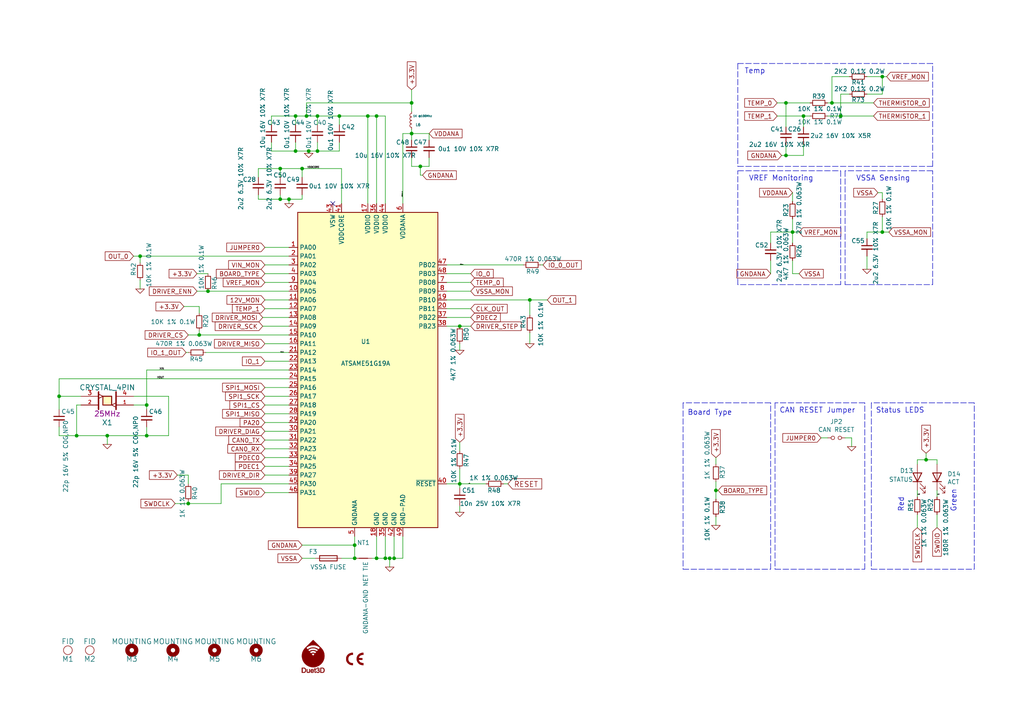
<source format=kicad_sch>
(kicad_sch (version 20211123) (generator eeschema)
  (paper "A4")
  (title_block (title "Duet 3 Expansion 1HCL") (date "2023-05-15") (rev "1.0a - AA-02-01") (company "Duet3D") (comment 1 "(c) Duet3D") (comment 2 "www.duet3d.com"))
  (lib_symbols
    (symbol "Device:C_Small" (pin_numbers hide) (pin_names (offset 0.254) hide)
      (property "Reference" "C" (at 0.254 1.778 0))
      (property "Value" "C_Small" (at 0.254 -2.032 0))
      (symbol "C_Small_1_1"
        (pin passive line (at 0 2.54 270) (length 2.032) (name "~") (number "1"))
        (pin passive line (at 0 -2.54 90) (length 2.032) (name "~") (number "2"))
      )
    )
    (symbol "Device:Fuse" (pin_numbers hide) (pin_names (offset 0))
      (property "Reference" "F" (at 2.032 0 90))
      (property "Value" "Fuse" (at -1.905 0 90))
      (symbol "Fuse_1_1"
        (pin passive line (at 0 3.81 270) (length 1.27) (name "~") (number "1"))
        (pin passive line (at 0 -3.81 90) (length 1.27) (name "~") (number "2"))
      )
    )
    (symbol "Device:Jumper_NO_Small" (pin_numbers hide) (pin_names (offset 0.762) hide)
      (property "Reference" "JP" (at 0 2.032 0))
      (property "Value" "Device_Jumper_NO_Small" (at 0.254 -1.524 0))
      (symbol "Jumper_NO_Small_0_1"
        (pin passive line (at -2.54 0 0) (length 1.016) (name "1") (number "1"))
        (pin passive line (at 2.54 0 180) (length 1.016) (name "2") (number "2"))
      )
    )
    (symbol "Device:LED" (pin_numbers hide) (pin_names (offset 1.016) hide)
      (property "Reference" "D" (at 0 2.54 0))
      (property "Value" "LED" (at 0 -2.54 0))
      (symbol "LED_1_1"
        (pin passive line (at -3.81 0 0) (length 2.54) (name "K") (number "1"))
        (pin passive line (at 3.81 0 180) (length 2.54) (name "A") (number "2"))
      )
    )
    (symbol "Device:L_Small" (pin_numbers hide) (pin_names (offset 0.254) hide)
      (property "Reference" "L" (at 0.762 1.016 0))
      (property "Value" "L_Small" (at 0.762 -1.016 0))
      (symbol "L_Small_1_1"
        (pin passive line (at 0 2.54 270) (length 0.508) (name "~") (number "1"))
        (pin passive line (at 0 -2.54 90) (length 0.508) (name "~") (number "2"))
      )
    )
    (symbol "Device:Net-Tie_2" (pin_numbers hide) (pin_names (offset 0) hide)
      (property "Reference" "NT" (at 0 1.27 0))
      (property "Value" "Device_Net-Tie_2" (at 0 -1.27 0))
      (symbol "Net-Tie_2_1_1"
        (pin passive line (at -2.54 0 0) (length 2.54) (name "1") (number "1"))
        (pin passive line (at 2.54 0 180) (length 2.54) (name "2") (number "2"))
      )
    )
    (symbol "Device:R_Small" (pin_numbers hide) (pin_names (offset 0.254) hide)
      (property "Reference" "R" (at 0.762 0.508 0))
      (property "Value" "R_Small" (at 0.762 -1.016 0))
      (symbol "R_Small_1_1"
        (pin passive line (at 0 2.54 270) (length 0.762) (name "~") (number "1"))
        (pin passive line (at 0 -2.54 90) (length 0.762) (name "~") (number "2"))
      )
    )
    (symbol "Duet3:CRYSTAL_4PIN" (pin_names (offset 1.016) hide)
      (property "Reference" "X" (at 0 3.81 0))
      (property "Value" "CRYSTAL_4PIN" (at 0 -3.81 0))
      (symbol "CRYSTAL_4PIN_1_1"
        (pin passive clock (at -7.62 1.27 0) (length 5.08) (name "1") (number "1"))
        (pin passive line (at 7.62 1.27 180) (length 5.08) (name "2") (number "2"))
        (pin passive clock (at 7.62 -1.27 180) (length 5.08) (name "3") (number "3"))
        (pin passive line (at -7.62 -1.27 0) (length 5.08) (name "4") (number "4"))
      )
    )
    (symbol "Duet3:Duet3D_Logo" (pin_names (offset 1.016)))
    (symbol "Duet3:FID" (pin_names (offset 1.016))
      (property "Reference" "M" (at 0 -2.54 0))
      (property "Value" "FID" (at 0 2.54 0))
    )
    (symbol "Duet3:GND" (power) (pin_names (offset 0))
      (symbol "GND_1_1"
        (pin power_in line (at 0 0 90) (length 0) hide (name "GND") (number "1"))
      )
    )
    (symbol "Duet3:Logo_CE" (pin_names (offset 1.016)))
    (symbol "MCU_Microchip_SAME:ATSAME51G19A"
      (property "Reference" "U" (at 0 1.27 0))
      (property "Value" "MCU_Microchip_SAME_ATSAME51G19A" (at 0 -3.81 0))
      (symbol "ATSAME51G19A_1_0"
        (pin bidirectional line (at 22.86 27.94 180) (length 2.54) (name "PB03") (number "48"))
      )
      (symbol "ATSAME51G19A_1_1"
        (pin bidirectional line (at -22.86 35.56 0) (length 2.54) (name "PA00") (number "1"))
        (pin bidirectional line (at -22.86 22.86 0) (length 2.54) (name "PA05") (number "10"))
        (pin bidirectional line (at -22.86 20.32 0) (length 2.54) (name "PA06") (number "11"))
        (pin bidirectional line (at -22.86 17.78 0) (length 2.54) (name "PA07") (number "12"))
        (pin bidirectional line (at -22.86 15.24 0) (length 2.54) (name "PA08") (number "13"))
        (pin bidirectional line (at -22.86 12.7 0) (length 2.54) (name "PA09") (number "14"))
        (pin bidirectional line (at -22.86 10.16 0) (length 2.54) (name "PA10") (number "15"))
        (pin bidirectional line (at -22.86 7.62 0) (length 2.54) (name "PA11") (number "16"))
        (pin power_in line (at 0 48.26 270) (length 2.54) (name "VDDIO") (number "17"))
        (pin power_in line (at 2.54 -48.26 90) (length 2.54) (name "GND") (number "18"))
        (pin bidirectional line (at 22.86 20.32 180) (length 2.54) (name "PB10") (number "19"))
        (pin bidirectional line (at -22.86 33.02 0) (length 2.54) (name "PA01") (number "2"))
        (pin bidirectional line (at 22.86 17.78 180) (length 2.54) (name "PB11") (number "20"))
        (pin bidirectional line (at -22.86 5.08 0) (length 2.54) (name "PA12") (number "21"))
        (pin bidirectional line (at -22.86 2.54 0) (length 2.54) (name "PA13") (number "22"))
        (pin bidirectional line (at -22.86 0 0) (length 2.54) (name "PA14") (number "23"))
        (pin bidirectional line (at -22.86 -2.54 0) (length 2.54) (name "PA15") (number "24"))
        (pin bidirectional line (at -22.86 -5.08 0) (length 2.54) (name "PA16") (number "25"))
        (pin bidirectional line (at -22.86 -7.62 0) (length 2.54) (name "PA17") (number "26"))
        (pin bidirectional line (at -22.86 -10.16 0) (length 2.54) (name "PA18") (number "27"))
        (pin bidirectional line (at -22.86 -12.7 0) (length 2.54) (name "PA19") (number "28"))
        (pin bidirectional line (at -22.86 -15.24 0) (length 2.54) (name "PA20") (number "29"))
        (pin bidirectional line (at -22.86 30.48 0) (length 2.54) (name "PA02") (number "3"))
        (pin bidirectional line (at -22.86 -17.78 0) (length 2.54) (name "PA21") (number "30"))
        (pin bidirectional line (at -22.86 -20.32 0) (length 2.54) (name "PA22") (number "31"))
        (pin bidirectional line (at -22.86 -22.86 0) (length 2.54) (name "PA23") (number "32"))
        (pin bidirectional line (at -22.86 -25.4 0) (length 2.54) (name "PA24") (number "33"))
        (pin bidirectional line (at -22.86 -27.94 0) (length 2.54) (name "PA25") (number "34"))
        (pin power_in line (at 5.08 -48.26 90) (length 2.54) (name "GND") (number "35"))
        (pin power_in line (at 2.54 48.26 270) (length 2.54) (name "VDDIO") (number "36"))
        (pin bidirectional line (at 22.86 15.24 180) (length 2.54) (name "PB22") (number "37"))
        (pin bidirectional line (at 22.86 12.7 180) (length 2.54) (name "PB23") (number "38"))
        (pin bidirectional line (at -22.86 -30.48 0) (length 2.54) (name "PA27") (number "39"))
        (pin bidirectional line (at -22.86 27.94 0) (length 2.54) (name "PA03") (number "4"))
        (pin input line (at 22.86 -33.02 180) (length 2.54) (name "~{RESET}") (number "40"))
        (pin power_out line (at -7.62 48.26 270) (length 2.54) (name "VDDCORE") (number "41"))
        (pin power_in line (at 7.62 -48.26 90) (length 2.54) (name "GND") (number "42"))
        (pin power_in line (at -10.16 48.26 270) (length 2.54) (name "VSW") (number "43"))
        (pin power_in line (at 5.08 48.26 270) (length 2.54) (name "VDDIO") (number "44"))
        (pin bidirectional line (at -22.86 -33.02 0) (length 2.54) (name "PA30") (number "45"))
        (pin bidirectional line (at -22.86 -35.56 0) (length 2.54) (name "PA31") (number "46"))
        (pin bidirectional line (at 22.86 30.48 180) (length 2.54) (name "PB02") (number "47"))
        (pin power_in line (at 10.16 -48.26 90) (length 2.54) (name "GND-PAD") (number "49"))
        (pin power_in line (at -3.81 -48.26 90) (length 2.54) (name "GNDANA") (number "5"))
        (pin power_in line (at 10.16 48.26 270) (length 2.54) (name "VDDANA") (number "6"))
        (pin bidirectional line (at 22.86 25.4 180) (length 2.54) (name "PB08") (number "7"))
        (pin bidirectional line (at 22.86 22.86 180) (length 2.54) (name "PB09") (number "8"))
        (pin bidirectional line (at -22.86 25.4 0) (length 2.54) (name "PA04") (number "9"))
      )
    )
    (symbol "Mechanical:MountingHole" (pin_names (offset 1.016))
      (property "Reference" "H" (at 0 5.08 0))
      (property "Value" "MountingHole" (at 0 3.175 0))
    )
  )
  (junction (at 98.425 33.655))
  (junction (at 241.3 29.845))
  (junction (at 255.905 67.31))
  (junction (at 233.045 33.655))
  (junction (at 42.545 126.365))
  (junction (at 81.28 57.785))
  (junction (at 207.645 142.24))
  (junction (at 54.61 146.05))
  (junction (at 102.87 161.925))
  (junction (at 102.87 158.115))
  (junction (at 109.22 161.925))
  (junction (at 92.075 33.655))
  (junction (at 57.785 97.155))
  (junction (at 255.905 22.225))
  (junction (at 119.38 38.735))
  (junction (at 17.145 114.935))
  (junction (at 119.38 29.845))
  (junction (at 87.63 48.895))
  (junction (at 31.115 126.365))
  (junction (at 111.76 161.925))
  (junction (at 85.725 43.815))
  (junction (at 229.87 67.31))
  (junction (at 153.67 86.995))
  (junction (at 42.545 117.475))
  (junction (at 133.35 94.615))
  (junction (at 81.28 48.895))
  (junction (at 83.82 57.785))
  (junction (at 85.725 33.655))
  (junction (at 133.35 140.335))
  (junction (at 89.535 43.815))
  (junction (at 92.075 43.815))
  (junction (at 243.84 33.655))
  (junction (at 227.965 45.085))
  (junction (at 22.225 126.365))
  (junction (at 114.3 161.925))
  (junction (at 106.68 33.655))
  (junction (at 227.965 29.845))
  (junction (at 268.605 133.35))
  (junction (at 121.92 48.26))
  (junction (at 88.9 33.655))
  (junction (at 109.22 33.655))
  (junction (at 113.03 161.925))
  (junction (at 40.64 74.295))
  (junction (at 60.325 84.455))
  (no_connect (at 96.52 59.055))
  (wire (pts (xy 76.835 71.755) (xy 83.82 71.755)))
  (wire (pts (xy 76.835 142.875) (xy 83.82 142.875)))
  (polyline (pts (xy 213.995 18.415) (xy 213.995 48.26)))
  (wire (pts (xy 116.84 161.925) (xy 116.84 155.575)))
  (wire (pts (xy 114.3 155.575) (xy 114.3 161.925)))
  (wire (pts (xy 31.115 126.365) (xy 22.225 126.365)))
  (wire (pts (xy 251.46 78.105) (xy 251.46 74.295)))
  (wire (pts (xy 31.115 126.365) (xy 42.545 126.365)))
  (wire (pts (xy 133.35 128.27) (xy 133.35 130.81)))
  (wire (pts (xy 207.645 139.7) (xy 207.645 142.24)))
  (wire (pts (xy 74.93 48.895) (xy 81.28 48.895)))
  (wire (pts (xy 17.145 114.935) (xy 23.495 114.935)))
  (wire (pts (xy 76.835 86.995) (xy 83.82 86.995)))
  (wire (pts (xy 133.35 140.335) (xy 133.35 141.605)))
  (polyline (pts (xy 270.51 18.415) (xy 213.995 18.415)))
  (wire (pts (xy 240.03 29.845) (xy 241.3 29.845)))
  (polyline (pts (xy 245.11 82.55) (xy 270.51 82.55)))
  (wire (pts (xy 57.785 88.9) (xy 57.785 90.805)))
  (wire (pts (xy 133.35 99.695) (xy 133.35 101.6)))
  (wire (pts (xy 133.35 135.89) (xy 133.35 140.335)))
  (wire (pts (xy 234.95 29.845) (xy 227.965 29.845)))
  (wire (pts (xy 226.695 45.085) (xy 227.965 45.085)))
  (wire (pts (xy 76.835 127.635) (xy 83.82 127.635)))
  (wire (pts (xy 57.15 79.375) (xy 60.325 79.375)))
  (wire (pts (xy 48.895 114.935) (xy 48.895 126.365)))
  (wire (pts (xy 102.87 155.575) (xy 102.87 158.115)))
  (wire (pts (xy 124.46 48.26) (xy 121.92 48.26)))
  (wire (pts (xy 98.425 43.815) (xy 98.425 41.275)))
  (polyline (pts (xy 198.12 116.84) (xy 198.12 165.1)))
  (wire (pts (xy 76.835 112.395) (xy 83.82 112.395)))
  (wire (pts (xy 76.835 114.935) (xy 83.82 114.935)))
  (wire (pts (xy 255.905 55.88) (xy 254.635 55.88)))
  (wire (pts (xy 92.075 33.655) (xy 98.425 33.655)))
  (wire (pts (xy 271.78 153.035) (xy 271.78 149.225)))
  (wire (pts (xy 133.35 146.685) (xy 133.35 148.59)))
  (wire (pts (xy 76.835 130.175) (xy 83.82 130.175)))
  (wire (pts (xy 227.965 36.83) (xy 227.965 29.845)))
  (polyline (pts (xy 213.995 82.55) (xy 213.995 49.53)))
  (wire (pts (xy 124.46 38.735) (xy 124.46 40.64)))
  (wire (pts (xy 99.06 161.925) (xy 102.87 161.925)))
  (wire (pts (xy 17.145 109.855) (xy 17.145 114.935)))
  (wire (pts (xy 119.38 38.735) (xy 124.46 38.735)))
  (polyline (pts (xy 224.79 116.84) (xy 224.79 165.1)))
  (wire (pts (xy 76.835 117.475) (xy 83.82 117.475)))
  (wire (pts (xy 87.63 57.785) (xy 87.63 56.515)))
  (wire (pts (xy 247.015 127) (xy 245.11 127)))
  (wire (pts (xy 251.46 27.305) (xy 255.905 27.305)))
  (wire (pts (xy 251.46 69.215) (xy 251.46 67.31)))
  (wire (pts (xy 76.2 92.075) (xy 83.82 92.075)))
  (wire (pts (xy 229.87 58.42) (xy 229.87 55.88)))
  (wire (pts (xy 241.3 29.845) (xy 253.365 29.845)))
  (wire (pts (xy 136.525 89.535) (xy 129.54 89.535)))
  (wire (pts (xy 111.76 161.925) (xy 111.76 155.575)))
  (wire (pts (xy 76.835 132.715) (xy 83.82 132.715)))
  (wire (pts (xy 207.645 132.715) (xy 207.645 134.62)))
  (wire (pts (xy 225.425 33.655) (xy 233.045 33.655)))
  (wire (pts (xy 109.22 161.925) (xy 109.22 155.575)))
  (wire (pts (xy 233.045 33.655) (xy 234.95 33.655)))
  (polyline (pts (xy 243.84 82.55) (xy 213.995 82.55)))
  (wire (pts (xy 83.82 59.055) (xy 83.82 57.785)))
  (wire (pts (xy 76.835 120.015) (xy 83.82 120.015)))
  (wire (pts (xy 268.605 133.35) (xy 271.78 133.35)))
  (wire (pts (xy 85.725 33.655) (xy 88.9 33.655)))
  (wire (pts (xy 136.525 84.455) (xy 129.54 84.455)))
  (wire (pts (xy 109.22 33.655) (xy 109.22 59.055)))
  (wire (pts (xy 42.545 117.475) (xy 38.735 117.475)))
  (wire (pts (xy 129.54 140.335) (xy 133.35 140.335)))
  (wire (pts (xy 83.82 99.695) (xy 76.835 99.695)))
  (wire (pts (xy 241.3 22.225) (xy 241.3 29.845)))
  (wire (pts (xy 113.03 161.925) (xy 111.76 161.925)))
  (wire (pts (xy 207.645 149.86) (xy 207.645 152.4)))
  (wire (pts (xy 136.525 94.615) (xy 133.35 94.615)))
  (wire (pts (xy 64.135 140.335) (xy 64.135 146.05)))
  (wire (pts (xy 54.61 97.155) (xy 57.785 97.155)))
  (wire (pts (xy 48.895 126.365) (xy 42.545 126.365)))
  (polyline (pts (xy 213.995 49.53) (xy 243.84 49.53)))
  (wire (pts (xy 92.075 43.815) (xy 92.075 41.275)))
  (wire (pts (xy 60.325 84.455) (xy 83.82 84.455)))
  (wire (pts (xy 153.67 96.52) (xy 153.67 99.695)))
  (wire (pts (xy 116.84 59.055) (xy 116.84 38.735)))
  (wire (pts (xy 87.63 48.895) (xy 87.63 51.435)))
  (wire (pts (xy 17.145 118.745) (xy 17.145 114.935)))
  (wire (pts (xy 76.835 81.915) (xy 83.82 81.915)))
  (wire (pts (xy 133.35 140.335) (xy 140.97 140.335)))
  (wire (pts (xy 231.775 79.375) (xy 229.87 79.375)))
  (wire (pts (xy 76.835 76.835) (xy 83.82 76.835)))
  (wire (pts (xy 229.87 67.31) (xy 223.52 67.31)))
  (polyline (pts (xy 198.12 165.1) (xy 223.52 165.1)))
  (wire (pts (xy 251.46 67.31) (xy 255.905 67.31)))
  (wire (pts (xy 78.74 33.655) (xy 85.725 33.655)))
  (polyline (pts (xy 245.11 49.53) (xy 245.11 82.55)))
  (wire (pts (xy 81.28 57.785) (xy 74.93 57.785)))
  (wire (pts (xy 233.045 41.91) (xy 233.045 45.085)))
  (wire (pts (xy 98.425 33.655) (xy 98.425 36.195)))
  (polyline (pts (xy 282.575 116.84) (xy 252.73 116.84)))
  (wire (pts (xy 85.725 43.815) (xy 89.535 43.815)))
  (wire (pts (xy 76.835 135.255) (xy 83.82 135.255)))
  (wire (pts (xy 122.555 50.8) (xy 121.92 50.8)))
  (wire (pts (xy 158.75 86.995) (xy 153.67 86.995)))
  (wire (pts (xy 76.835 122.555) (xy 83.82 122.555)))
  (wire (pts (xy 76.835 137.795) (xy 83.82 137.795)))
  (wire (pts (xy 121.92 50.8) (xy 121.92 48.26)))
  (polyline (pts (xy 243.84 49.53) (xy 243.84 82.55)))
  (wire (pts (xy 223.52 75.565) (xy 223.52 79.375)))
  (wire (pts (xy 78.74 43.815) (xy 85.725 43.815)))
  (wire (pts (xy 22.225 117.475) (xy 22.225 126.365)))
  (wire (pts (xy 255.905 67.31) (xy 257.81 67.31)))
  (wire (pts (xy 116.84 38.735) (xy 119.38 38.735)))
  (wire (pts (xy 233.045 45.085) (xy 227.965 45.085)))
  (wire (pts (xy 119.38 32.385) (xy 119.38 29.845)))
  (wire (pts (xy 78.74 36.195) (xy 78.74 33.655)))
  (wire (pts (xy 207.645 142.24) (xy 208.28 142.24)))
  (wire (pts (xy 22.225 126.365) (xy 17.145 126.365)))
  (wire (pts (xy 119.38 26.035) (xy 119.38 29.845)))
  (wire (pts (xy 87.63 158.115) (xy 102.87 158.115)))
  (wire (pts (xy 207.645 144.78) (xy 207.645 142.24)))
  (wire (pts (xy 78.74 41.275) (xy 78.74 43.815)))
  (wire (pts (xy 57.785 95.885) (xy 57.785 97.155)))
  (wire (pts (xy 54.61 137.795) (xy 54.61 140.335)))
  (wire (pts (xy 76.835 104.775) (xy 83.82 104.775)))
  (wire (pts (xy 255.905 57.785) (xy 255.905 55.88)))
  (wire (pts (xy 88.9 29.845) (xy 88.9 33.655)))
  (wire (pts (xy 81.28 57.785) (xy 81.28 56.515)))
  (wire (pts (xy 229.87 70.485) (xy 229.87 67.31)))
  (polyline (pts (xy 270.51 82.55) (xy 270.51 49.53)))
  (wire (pts (xy 50.8 146.05) (xy 54.61 146.05)))
  (wire (pts (xy 76.835 89.535) (xy 83.82 89.535)))
  (wire (pts (xy 136.525 92.075) (xy 129.54 92.075)))
  (wire (pts (xy 266.065 133.35) (xy 268.605 133.35)))
  (wire (pts (xy 53.34 88.9) (xy 57.785 88.9)))
  (wire (pts (xy 133.35 94.615) (xy 129.54 94.615)))
  (wire (pts (xy 40.64 74.295) (xy 83.82 74.295)))
  (wire (pts (xy 109.22 161.925) (xy 107.95 161.925)))
  (wire (pts (xy 136.525 79.375) (xy 129.54 79.375)))
  (wire (pts (xy 113.03 161.925) (xy 114.3 161.925)))
  (wire (pts (xy 57.785 97.155) (xy 83.82 97.155)))
  (wire (pts (xy 109.22 33.655) (xy 111.76 33.655)))
  (wire (pts (xy 119.38 48.26) (xy 119.38 45.72)))
  (wire (pts (xy 246.38 22.225) (xy 241.3 22.225)))
  (wire (pts (xy 76.835 125.095) (xy 83.82 125.095)))
  (wire (pts (xy 81.28 51.435) (xy 81.28 48.895)))
  (wire (pts (xy 99.06 59.055) (xy 99.06 48.895)))
  (wire (pts (xy 246.38 27.305) (xy 243.84 27.305)))
  (wire (pts (xy 119.38 37.465) (xy 119.38 38.735)))
  (polyline (pts (xy 213.995 48.26) (xy 270.51 48.26)))
  (wire (pts (xy 42.545 107.315) (xy 83.82 107.315)))
  (wire (pts (xy 42.545 118.745) (xy 42.545 117.475)))
  (wire (pts (xy 111.76 161.925) (xy 109.22 161.925)))
  (wire (pts (xy 76.835 79.375) (xy 83.82 79.375)))
  (wire (pts (xy 251.46 22.225) (xy 255.905 22.225)))
  (wire (pts (xy 83.82 57.785) (xy 87.63 57.785)))
  (wire (pts (xy 146.05 140.335) (xy 147.32 140.335)))
  (wire (pts (xy 247.015 129.54) (xy 247.015 127)))
  (polyline (pts (xy 250.825 116.84) (xy 224.79 116.84)))
  (wire (pts (xy 83.82 57.785) (xy 81.28 57.785)))
  (wire (pts (xy 76.2 94.615) (xy 83.82 94.615)))
  (wire (pts (xy 64.135 146.05) (xy 54.61 146.05)))
  (wire (pts (xy 42.545 126.365) (xy 42.545 123.825)))
  (wire (pts (xy 266.065 142.24) (xy 266.065 144.145)))
  (polyline (pts (xy 282.575 165.1) (xy 282.575 116.84)))
  (wire (pts (xy 255.905 27.305) (xy 255.905 22.225)))
  (polyline (pts (xy 270.51 49.53) (xy 245.11 49.53)))
  (wire (pts (xy 124.46 48.26) (xy 124.46 45.72)))
  (wire (pts (xy 153.67 86.995) (xy 153.67 91.44)))
  (wire (pts (xy 99.06 48.895) (xy 87.63 48.895)))
  (wire (pts (xy 83.82 140.335) (xy 64.135 140.335)))
  (wire (pts (xy 111.76 33.655) (xy 111.76 59.055)))
  (wire (pts (xy 255.905 62.865) (xy 255.905 67.31)))
  (wire (pts (xy 92.075 43.815) (xy 98.425 43.815)))
  (polyline (pts (xy 224.79 165.1) (xy 250.825 165.1)))
  (wire (pts (xy 88.9 33.655) (xy 92.075 33.655)))
  (polyline (pts (xy 270.51 48.26) (xy 270.51 18.415)))
  (wire (pts (xy 151.765 76.835) (xy 129.54 76.835)))
  (wire (pts (xy 102.87 158.115) (xy 102.87 161.925)))
  (wire (pts (xy 157.48 76.835) (xy 156.845 76.835)))
  (wire (pts (xy 271.78 142.24) (xy 271.78 144.145)))
  (wire (pts (xy 42.545 117.475) (xy 42.545 107.315)))
  (wire (pts (xy 119.38 29.845) (xy 88.9 29.845)))
  (polyline (pts (xy 223.52 116.84) (xy 198.12 116.84)))
  (wire (pts (xy 38.735 74.295) (xy 40.64 74.295)))
  (wire (pts (xy 129.54 86.995) (xy 153.67 86.995)))
  (polyline (pts (xy 223.52 165.1) (xy 223.52 116.84)))
  (wire (pts (xy 119.38 38.735) (xy 119.38 40.64)))
  (wire (pts (xy 38.735 114.935) (xy 48.895 114.935)))
  (wire (pts (xy 255.905 22.225) (xy 257.175 22.225)))
  (wire (pts (xy 121.92 48.26) (xy 119.38 48.26)))
  (polyline (pts (xy 252.73 116.84) (xy 252.73 165.1)))
  (wire (pts (xy 113.03 164.465) (xy 113.03 161.925)))
  (polyline (pts (xy 250.825 165.1) (xy 250.825 116.84)))
  (polyline (pts (xy 252.73 165.1) (xy 282.575 165.1)))
  (wire (pts (xy 17.145 109.855) (xy 83.82 109.855)))
  (wire (pts (xy 85.725 41.275) (xy 85.725 43.815)))
  (wire (pts (xy 81.28 48.895) (xy 87.63 48.895)))
  (wire (pts (xy 106.68 33.655) (xy 106.68 59.055)))
  (wire (pts (xy 85.725 33.655) (xy 85.725 36.195)))
  (wire (pts (xy 266.065 133.35) (xy 266.065 134.62)))
  (wire (pts (xy 229.87 67.31) (xy 231.775 67.31)))
  (wire (pts (xy 223.52 67.31) (xy 223.52 70.485)))
  (wire (pts (xy 98.425 33.655) (xy 106.68 33.655)))
  (wire (pts (xy 74.93 57.785) (xy 74.93 56.515)))
  (wire (pts (xy 243.84 27.305) (xy 243.84 33.655)))
  (wire (pts (xy 89.535 43.815) (xy 92.075 43.815)))
  (wire (pts (xy 266.065 149.225) (xy 266.065 153.035)))
  (wire (pts (xy 225.425 29.845) (xy 227.965 29.845)))
  (wire (pts (xy 23.495 117.475) (xy 22.225 117.475)))
  (wire (pts (xy 53.975 102.235) (xy 54.61 102.235)))
  (wire (pts (xy 40.64 74.295) (xy 40.64 76.2)))
  (wire (pts (xy 271.78 133.35) (xy 271.78 134.62)))
  (wire (pts (xy 233.045 36.83) (xy 233.045 33.655)))
  (wire (pts (xy 31.115 128.905) (xy 31.115 126.365)))
  (wire (pts (xy 227.965 45.085) (xy 227.965 41.91)))
  (wire (pts (xy 92.075 33.655) (xy 92.075 36.195)))
  (wire (pts (xy 229.87 75.565) (xy 229.87 79.375)))
  (wire (pts (xy 240.03 33.655) (xy 243.84 33.655)))
  (wire (pts (xy 40.64 83.82) (xy 40.64 81.28)))
  (wire (pts (xy 17.145 126.365) (xy 17.145 123.825)))
  (wire (pts (xy 87.63 161.925) (xy 91.44 161.925)))
  (wire (pts (xy 229.87 67.31) (xy 229.87 63.5)))
  (wire (pts (xy 51.435 137.795) (xy 54.61 137.795)))
  (wire (pts (xy 74.93 51.435) (xy 74.93 48.895)))
  (wire (pts (xy 89.535 43.815) (xy 89.535 44.45)))
  (wire (pts (xy 57.15 84.455) (xy 60.325 84.455)))
  (wire (pts (xy 136.525 81.915) (xy 129.54 81.915)))
  (wire (pts (xy 106.68 33.655) (xy 109.22 33.655)))
  (wire (pts (xy 268.605 131.445) (xy 268.605 133.35)))
  (wire (pts (xy 238.125 127) (xy 240.03 127)))
  (wire (pts (xy 54.61 145.415) (xy 54.61 146.05)))
  (wire (pts (xy 114.3 161.925) (xy 116.84 161.925)))
  (wire (pts (xy 59.69 102.235) (xy 83.82 102.235)))
  (wire (pts (xy 243.84 33.655) (xy 253.365 33.655)))
  (text "VREF Monitoring" (at 217.17 52.705 0) (effects (font (size 1.524 1.524)) (justify left bottom)))
  (text "Status LEDS" (at 254 120.015 0) (effects (font (size 1.524 1.524)) (justify left bottom)))
  (text "Red" (at 262.255 148.59 90) (effects (font (size 1.524 1.524)) (justify left bottom)))
  (text "Temp" (at 215.9 21.59 0) (effects (font (size 1.524 1.524)) (justify left bottom)))
  (text "Board Type" (at 199.39 120.65 0) (effects (font (size 1.524 1.524)) (justify left bottom)))
  (text "CAN RESET Jumper" (at 226.06 120.015 0) (effects (font (size 1.524 1.524)) (justify left bottom)))
  (text "Green" (at 277.495 148.59 90) (effects (font (size 1.524 1.524)) (justify left bottom)))
  (text "VSSA Sensing" (at 248.285 52.705 0) (effects (font (size 1.524 1.524)) (justify left bottom)))
  (label "XIN" (at 47.625 107.315 180) (effects (font (size 0.508 0.508))))
  (label "VDDCORE" (at 92.71 48.895 180) (effects (font (size 0.508 0.508))))
  (label "io0out" (at 133.35 76.835 0) (effects (font (size 0.2032 0.2032))))
  (label "io1out" (at 81.28 102.235 0) (effects (font (size 0.2032 0.2032))))
  (label "led0" (at 266.065 143.51 0) (effects (font (size 0.2032 0.2032))))
  (label "rst" (at 135.89 140.335 0) (effects (font (size 0.2032 0.2032))))
  (label "XOUT" (at 47.625 109.855 180) (effects (font (size 0.508 0.508))))
  (label "VDDANA_IN" (at 116.84 57.15 90) (effects (font (size 0.2032 0.2032))))
  (label "led1" (at 271.78 143.51 0) (effects (font (size 0.2032 0.2032))))
  (global_label "TEMP_0" (shape input) (at 225.425 29.845 180) (property "Intersheet References" "${INTERSHEET_REFS}" (effects hide)))
  (global_label "12V_MON" (shape input) (at 76.835 86.995 180) (property "Intersheet References" "${INTERSHEET_REFS}" (effects hide)))
  (global_label "DRIVER_DIR" (shape input) (at 76.835 137.795 180) (property "Intersheet References" "${INTERSHEET_REFS}" (effects hide)))
  (global_label "DRIVER_SCK" (shape input) (at 76.2 94.615 180) (property "Intersheet References" "${INTERSHEET_REFS}" (effects hide)))
  (global_label "SPI1_CS" (shape input) (at 76.835 117.475 180) (property "Intersheet References" "${INTERSHEET_REFS}" (effects hide)))
  (global_label "PDEC0" (shape input) (at 76.835 132.715 180) (property "Intersheet References" "${INTERSHEET_REFS}" (effects hide)))
  (global_label "VSSA_MON" (shape input) (at 257.81 67.31 0) (property "Intersheet References" "${INTERSHEET_REFS}" (effects hide)))
  (global_label "SWDIO" (shape input) (at 76.835 142.875 180) (property "Intersheet References" "${INTERSHEET_REFS}" (effects hide)))
  (global_label "+3.3V" (shape input) (at 133.35 128.27 90) (property "Intersheet References" "${INTERSHEET_REFS}" (effects hide)))
  (global_label "VSSA" (shape input) (at 231.775 79.375 0) (property "Intersheet References" "${INTERSHEET_REFS}" (effects hide)))
  (global_label "VREF_MON" (shape input) (at 231.775 67.31 0) (property "Intersheet References" "${INTERSHEET_REFS}" (effects hide)))
  (global_label "+3.3V" (shape input) (at 53.34 88.9 180) (property "Intersheet References" "${INTERSHEET_REFS}" (effects hide)))
  (global_label "SPI1_MISO" (shape input) (at 76.835 120.015 180) (property "Intersheet References" "${INTERSHEET_REFS}" (effects hide)))
  (global_label "SPI1_MOSI" (shape input) (at 76.835 112.395 180) (property "Intersheet References" "${INTERSHEET_REFS}" (effects hide)))
  (global_label "+3.3V" (shape input) (at 119.38 26.035 90) (property "Intersheet References" "${INTERSHEET_REFS}" (effects hide)))
  (global_label "DRIVER_CS" (shape input) (at 54.61 97.155 180) (property "Intersheet References" "${INTERSHEET_REFS}" (effects hide)))
  (global_label "CAN0_TX" (shape input) (at 76.835 127.635 180) (property "Intersheet References" "${INTERSHEET_REFS}" (effects hide)))
  (global_label "OUT_0" (shape input) (at 38.735 74.295 180) (property "Intersheet References" "${INTERSHEET_REFS}" (effects hide)))
  (global_label "TEMP_1" (shape input) (at 225.425 33.655 180) (property "Intersheet References" "${INTERSHEET_REFS}" (effects hide)))
  (global_label "BOARD_TYPE" (shape input) (at 76.835 79.375 180) (property "Intersheet References" "${INTERSHEET_REFS}" (effects hide)))
  (global_label "SWDCLK" (shape input) (at 266.065 153.035 270) (property "Intersheet References" "${INTERSHEET_REFS}" (effects hide)))
  (global_label "GNDANA" (shape input) (at 87.63 158.115 180) (property "Intersheet References" "${INTERSHEET_REFS}" (effects hide)))
  (global_label "IO_1" (shape input) (at 76.835 104.775 180) (property "Intersheet References" "${INTERSHEET_REFS}" (effects hide)))
  (global_label "VSSA" (shape input) (at 254.635 55.88 180) (property "Intersheet References" "${INTERSHEET_REFS}" (effects hide)))
  (global_label "BOARD_TYPE" (shape input) (at 208.28 142.24 0) (property "Intersheet References" "${INTERSHEET_REFS}" (effects hide)))
  (global_label "+3.3V" (shape input) (at 57.15 79.375 180) (property "Intersheet References" "${INTERSHEET_REFS}" (effects hide)))
  (global_label "DRIVER_MISO" (shape input) (at 76.835 99.695 180) (property "Intersheet References" "${INTERSHEET_REFS}" (effects hide)))
  (global_label "JUMPER0" (shape input) (at 238.125 127 180) (property "Intersheet References" "${INTERSHEET_REFS}" (effects hide)))
  (global_label "DRIVER_ENN" (shape input) (at 57.15 84.455 180) (property "Intersheet References" "${INTERSHEET_REFS}" (effects hide)))
  (global_label "VREF_MON" (shape input) (at 76.835 81.915 180) (property "Intersheet References" "${INTERSHEET_REFS}" (effects hide)))
  (global_label "VREF_MON" (shape input) (at 257.175 22.225 0) (property "Intersheet References" "${INTERSHEET_REFS}" (effects hide)))
  (global_label "VDDANA" (shape input) (at 229.87 55.88 180) (property "Intersheet References" "${INTERSHEET_REFS}" (effects hide)))
  (global_label "DRIVER_MOSI" (shape input) (at 76.2 92.075 180) (property "Intersheet References" "${INTERSHEET_REFS}" (effects hide)))
  (global_label "PA20" (shape input) (at 76.835 122.555 180) (property "Intersheet References" "${INTERSHEET_REFS}" (effects hide)))
  (global_label "DRIVER_STEP" (shape input) (at 136.525 94.615 0) (property "Intersheet References" "${INTERSHEET_REFS}" (effects hide)))
  (global_label "THERMISTOR_1" (shape input) (at 253.365 33.655 0) (property "Intersheet References" "${INTERSHEET_REFS}" (effects hide)))
  (global_label "DRIVER_DIAG" (shape input) (at 76.835 125.095 180) (property "Intersheet References" "${INTERSHEET_REFS}" (effects hide)))
  (global_label "OUT_1" (shape input) (at 158.75 86.995 0) (property "Intersheet References" "${INTERSHEET_REFS}" (effects hide)))
  (global_label "VSSA" (shape input) (at 87.63 161.925 180) (property "Intersheet References" "${INTERSHEET_REFS}" (effects hide)))
  (global_label "PDEC2" (shape input) (at 136.525 92.075 0) (property "Intersheet References" "${INTERSHEET_REFS}" (effects hide)))
  (global_label "IO_1_OUT" (shape input) (at 53.975 102.235 180) (property "Intersheet References" "${INTERSHEET_REFS}" (effects hide)))
  (global_label "GNDANA" (shape input) (at 226.695 45.085 180) (property "Intersheet References" "${INTERSHEET_REFS}" (effects hide)))
  (global_label "SWDIO" (shape input) (at 271.78 153.035 270) (property "Intersheet References" "${INTERSHEET_REFS}" (effects hide)))
  (global_label "SWDCLK" (shape input) (at 50.8 146.05 180) (property "Intersheet References" "${INTERSHEET_REFS}" (effects hide)))
  (global_label "TEMP_0" (shape input) (at 136.525 81.915 0) (property "Intersheet References" "${INTERSHEET_REFS}" (effects hide)))
  (global_label "IO_0_OUT" (shape input) (at 157.48 76.835 0) (property "Intersheet References" "${INTERSHEET_REFS}" (effects hide)))
  (global_label "JUMPER0" (shape input) (at 76.835 71.755 180) (property "Intersheet References" "${INTERSHEET_REFS}" (effects hide)))
  (global_label "+3.3V" (shape input) (at 268.605 131.445 90) (property "Intersheet References" "${INTERSHEET_REFS}" (effects hide)))
  (global_label "TEMP_1" (shape input) (at 76.835 89.535 180) (property "Intersheet References" "${INTERSHEET_REFS}" (effects hide)))
  (global_label "GNDANA" (shape input) (at 223.52 79.375 180) (property "Intersheet References" "${INTERSHEET_REFS}" (effects hide)))
  (global_label "SPI1_SCK" (shape input) (at 76.835 114.935 180) (property "Intersheet References" "${INTERSHEET_REFS}" (effects hide)))
  (global_label "VIN_MON" (shape input) (at 76.835 76.835 180) (property "Intersheet References" "${INTERSHEET_REFS}" (effects hide)))
  (global_label "THERMISTOR_0" (shape input) (at 253.365 29.845 0) (property "Intersheet References" "${INTERSHEET_REFS}" (effects hide)))
  (global_label "IO_0" (shape input) (at 136.525 79.375 0) (property "Intersheet References" "${INTERSHEET_REFS}" (effects hide)))
  (global_label "PDEC1" (shape input) (at 76.835 135.255 180) (property "Intersheet References" "${INTERSHEET_REFS}" (effects hide)))
  (global_label "+3.3V" (shape input) (at 207.645 132.715 90) (property "Intersheet References" "${INTERSHEET_REFS}" (effects hide)))
  (global_label "VDDANA" (shape input) (at 124.46 38.735 0) (property "Intersheet References" "${INTERSHEET_REFS}" (effects hide)))
  (global_label "CLK_OUT" (shape input) (at 136.525 89.535 0) (property "Intersheet References" "${INTERSHEET_REFS}" (effects hide)))
  (global_label "+3.3V" (shape input) (at 51.435 137.795 180) (property "Intersheet References" "${INTERSHEET_REFS}" (effects hide)))
  (global_label "VSSA_MON" (shape input) (at 136.525 84.455 0) (property "Intersheet References" "${INTERSHEET_REFS}" (effects hide)))
  (global_label "CAN0_RX" (shape input) (at 76.835 130.175 180) (property "Intersheet References" "${INTERSHEET_REFS}" (effects hide)))
  (global_label "GNDANA" (shape input) (at 122.555 50.8 0) (property "Intersheet References" "${INTERSHEET_REFS}" (effects hide)))
  (global_label "RESET" (shape input) (at 147.32 140.335 0) (effects (font (size 1.524 1.524))) (property "Intersheet References" "${INTERSHEET_REFS}" (effects hide)))
  (symbol (lib_id "Device:C_Small") (at 85.725 38.735 0) (unit 1)
    (property "Reference" "C44" (at 84.455 35.56 0) (effects (justify left)))
    (property "Value" "0u1 10V 10% X7R" (at 83.185 43.18 90) (effects (justify left)))
    (property "Footprint" "Capacitor_SMD:C_0402_1005Metric_Wbry" (effects hide))
    (property "Part Number" "CL05B104KP5NNNC" (effects hide))
  )
  (symbol (lib_id "Device:C_Small") (at 92.075 38.735 0) (unit 1)
    (property "Reference" "C40" (at 90.805 35.56 0) (effects (justify left)))
    (property "Value" "0u1 10V 10% X7R" (at 89.535 43.18 90) (effects (justify left)))
    (property "Footprint" "Capacitor_SMD:C_0402_1005Metric_Wbry" (effects hide))
    (property "Part Number" "CL05B104KP5NNNC" (effects hide))
  )
  (symbol (lib_id "Device:C_Small") (at 124.46 43.18 0) (mirror y) (unit 1)
    (property "Reference" "C47" (at 123.825 41.275 0) (effects (justify left)))
    (property "Value" "0u1 10V 10% X7R" (at 144.78 43.18 0) (effects (justify left)))
    (property "Footprint" "Capacitor_SMD:C_0402_1005Metric_Wbry" (effects hide))
    (property "Part Number" "CL05B104KP5NNNC" (effects hide))
  )
  (symbol (lib_id "Device:C_Small") (at 98.425 38.735 0) (unit 1)
    (property "Reference" "C42" (at 99.06 36.83 0) (effects (justify left)))
    (property "Value" "0u1 10V 10% X7R" (at 95.885 43.815 90) (effects (justify left)))
    (property "Footprint" "Capacitor_SMD:C_0402_1005Metric_Wbry" (effects hide))
    (property "Part Number" "CL05B104KP5NNNC" (effects hide))
  )
  (symbol (lib_id "Device:C_Small") (at 42.545 121.285 0) (unit 1)
    (property "Reference" "C46" (at 43.18 119.38 0) (effects (justify left)))
    (property "Value" "22p 16V 5% C0G,NP0" (at 39.37 141.605 90) (effects (justify left)))
    (property "Footprint" "Capacitor_SMD:C_0402_1005Metric_Wbry" (effects hide))
    (property "Part Number" "C0402C220J4GACTU" (effects hide))
  )
  (symbol (lib_id "Device:C_Small") (at 87.63 53.975 0) (mirror y) (unit 1)
    (property "Reference" "C49" (at 86.995 52.07 0) (effects (justify left)))
    (property "Value" "0u1 10V 10% X7R" (at 107.315 53.975 0) (effects (justify left)))
    (property "Footprint" "Capacitor_SMD:C_0402_1005Metric_Wbry" (effects hide))
    (property "Part Number" "CL05B104KP5NNNC" (effects hide))
  )
  (symbol (lib_id "Duet3:CRYSTAL_4PIN") (at 31.115 116.205 180) (unit 1)
    (property "Reference" "X1" (at 31.115 122.555 0) (effects (font (size 1.524 1.524))))
    (property "Value" "CRYSTAL_4PIN" (at 31.115 112.395 0) (effects (font (size 1.524 1.524))))
    (property "Footprint" "complib:Crystal_SMD_ECS-33B-4Pin_3.2x2.5mm" (effects hide))
    (property "Frequency" "25MHz" (at 31.115 120.015 0) (effects (font (size 1.524 1.524))))
    (property "Part Number" "TSX-3225 25.0000MF10P" (effects hide))
  )
  (symbol (lib_id "Device:C_Small") (at 81.28 53.975 0) (mirror y) (unit 1)
    (property "Reference" "C50" (at 83.185 50.8 0) (effects (justify left)))
    (property "Value" "2u2 6.3V 10% X7R" (at 78.105 60.96 90) (effects (justify left)))
    (property "Footprint" "Capacitor_SMD:C_0402_1005Metric_Wbry" (effects hide))
    (property "Part Number" "CC0603KRX7R5BB225" (effects hide))
  )
  (symbol (lib_id "Device:R_Small") (at 237.49 29.845 270) (mirror x) (unit 1)
    (property "Reference" "R39" (at 237.49 27.94 90))
    (property "Value" "10K 1% 0.1W" (at 237.7948 31.5722 90))
    (property "Footprint" "Resistor_SMD:R_0402_1005Metric_Wbry" (effects hide))
    (property "Part Number" "RK73H1ETTP1002F" (effects hide))
  )
  (symbol (lib_id "Device:C_Small") (at 227.965 39.37 0) (mirror y) (unit 1)
    (property "Reference" "C41" (at 227.33 37.465 0) (effects (justify left)))
    (property "Value" "2u2 16V 10% X5R" (at 234.95 41.91 0) (effects (justify left)))
    (property "Footprint" "Capacitor_SMD:C_0603_1608Metric_Wbry" (effects hide))
    (property "Part Number" "CL10A225KO8NNNC" (effects hide))
  )
  (symbol (lib_id "Device:R_Small") (at 248.92 22.225 270) (mirror x) (unit 1)
    (property "Reference" "R41" (at 248.92 23.876 90))
    (property "Value" "2K2 0.1% 0.2W" (at 249.301 20.701 90))
    (property "Footprint" "Resistor_SMD:R_0603_1608Metric_Wbry" (effects hide))
    (property "Part Number" "RMCF0402FT2K20" (effects hide))
  )
  (symbol (lib_id "Duet3:FID") (at 19.685 188.595 0) (unit 1)
    (property "Reference" "M1" (at 19.685 191.135 0) (effects (font (size 1.524 1.524))))
    (property "Value" "FID" (at 19.685 186.055 0) (effects (font (size 1.524 1.524))))
    (property "Footprint" "Fiducial:Fiducial_1mm_Mask2mm" (effects hide))
    (property "Part Number" "virtual component - DNP" (effects hide))
  )
  (symbol (lib_id "Mechanical:MountingHole") (at 38.227 188.595 0) (unit 1)
    (property "Reference" "M3" (at 38.227 191.135 0) (effects (font (size 1.524 1.524))))
    (property "Value" "MOUNTING" (at 38.227 186.055 0) (effects (font (size 1.524 1.524))))
    (property "Footprint" "MountingHole:MountingHole_3.2mm_M3" (effects hide))
    (property "Part Number" "virtual component - DNP" (effects hide))
  )
  (symbol (lib_id "Duet3:Duet3D_Logo") (at 90.805 190.5 0) (unit 1)
    (property "Reference" "M7" (effects hide))
    (property "Value" "Duet3D_Logo" (effects hide))
    (property "Footprint" "complib:LOGO_NEW_Duet3D_vertical_6mm" (effects hide))
    (property "Part Number" "virtual component - DNP" (effects hide))
  )
  (symbol (lib_id "Duet3:Logo_CE") (at 102.87 191.135 0) (unit 1)
    (property "Reference" "#G1" (effects hide))
    (property "Value" "CE_LOGO" (effects hide))
  )
  (symbol (lib_id "Device:R_Small") (at 207.645 147.32 0) (unit 1)
    (property "Reference" "R38" (at 209.55 147.1168 90))
    (property "Value" "10K 1% 0.1W" (at 205.105 150.495 90))
    (property "Footprint" "Resistor_SMD:R_0402_1005Metric_Wbry" (effects hide))
    (property "Part Number" "RK73H1ETTP1002F" (effects hide))
  )
  (symbol (lib_id "Device:R_Small") (at 133.35 97.155 0) (unit 1)
    (property "Reference" "R50" (at 135.255 96.9518 90))
    (property "Value" "4K7 1% 0.063W" (at 131.445 102.87 90))
    (property "Footprint" "Resistor_SMD:R_0402_1005Metric_Wbry" (effects hide))
    (property "Part Number" "RK73H1ETTP4701F" (effects hide))
  )
  (symbol (lib_id "Device:R_Small") (at 57.15 102.235 90) (mirror x) (unit 1)
    (property "Reference" "R45" (at 56.9468 104.14 90))
    (property "Value" "470R 1% 0.063W" (at 53.34 99.695 90))
    (property "Footprint" "Resistor_SMD:R_0402_1005Metric_Wbry" (effects hide))
    (property "Part Number" "RC0402FR-07470RL" (effects hide))
  )
  (symbol (lib_id "Duet3:GND") (at 207.645 152.4 0) (unit 1)
    (property "Reference" "#PWR028" (effects hide))
    (property "Value" "GND" (effects hide))
  )
  (symbol (lib_id "Duet3:GND") (at 83.82 59.055 0) (mirror y) (unit 1)
    (property "Reference" "#PWR033" (effects hide))
    (property "Value" "GND" (effects hide))
  )
  (symbol (lib_id "Duet3:GND") (at 89.535 44.45 0) (unit 1)
    (property "Reference" "#PWR031" (effects hide))
    (property "Value" "GND" (effects hide))
  )
  (symbol (lib_id "Duet3:GND") (at 113.03 164.465 0) (unit 1)
    (property "Reference" "#PWR032" (effects hide))
    (property "Value" "GND" (effects hide))
  )
  (symbol (lib_id "Duet3:GND") (at 133.35 101.6 0) (unit 1)
    (property "Reference" "#PWR034" (effects hide))
    (property "Value" "GND" (effects hide))
  )
  (symbol (lib_id "Duet3:GND") (at 31.115 128.905 0) (unit 1)
    (property "Reference" "#PWR029" (effects hide))
    (property "Value" "GND" (effects hide))
  )
  (symbol (lib_id "Duet3:GND") (at 40.64 83.82 0) (unit 1)
    (property "Reference" "#PWR030" (effects hide))
    (property "Value" "GND" (effects hide))
  )
  (symbol (lib_id "Device:R_Small") (at 57.785 93.345 0) (unit 1)
    (property "Reference" "R20" (at 59.69 93.1418 90))
    (property "Value" "10K 1% 0.1W" (at 50.165 93.345 0))
    (property "Footprint" "Resistor_SMD:R_0402_1005Metric_Wbry" (effects hide))
    (property "Part Number" "RK73H1ETTP1002F" (effects hide))
  )
  (symbol (lib_id "Device:R_Small") (at 40.64 78.74 0) (mirror y) (unit 1)
    (property "Reference" "R42" (at 38.735 78.105 90))
    (property "Value" "10K 1% 0.1W" (at 43.18 76.835 90))
    (property "Footprint" "Resistor_SMD:R_0402_1005Metric_Wbry" (effects hide))
    (property "Part Number" "RK73H1ETTP1002F" (effects hide))
  )
  (symbol (lib_id "Device:R_Small") (at 153.67 93.98 0) (unit 1)
    (property "Reference" "R43" (at 151.765 93.345 90))
    (property "Value" "10K 1% 0.1W" (at 156.845 93.98 90))
    (property "Footprint" "Resistor_SMD:R_0402_1005Metric_Wbry" (effects hide))
    (property "Part Number" "RK73H1ETTP1002F" (effects hide))
  )
  (symbol (lib_id "Device:C_Small") (at 119.38 43.18 0) (mirror y) (unit 1)
    (property "Reference" "C48" (at 118.745 41.275 0) (effects (justify left)))
    (property "Value" "10u 16V 10% X7R" (at 120.65 45.085 0) (effects (justify left)))
    (property "Footprint" "Capacitor_SMD:C_0805_2012Metric" (effects hide))
    (property "Part Number" "CL21B106KOQNNNE" (effects hide))
  )
  (symbol (lib_id "Device:L_Small") (at 119.38 34.925 0) (mirror y) (unit 1)
    (property "Reference" "L6" (at 121.285 36.195 0) (effects (font (size 0.762 0.762))))
    (property "Value" "1K @100Mhz" (at 122.555 33.655 0) (effects (font (size 0.5588 0.5588))))
    (property "Footprint" "Inductor_SMD:L_0603_1608Metric" (effects hide))
    (property "Part Number" "742792662 or PE-0603FB102ST or similar" (effects hide))
  )
  (symbol (lib_id "Device:R_Small") (at 54.61 142.875 0) (mirror x) (unit 1)
    (property "Reference" "R40" (at 56.515 143.0782 90))
    (property "Value" "1K 1% 0.063W" (at 52.8828 143.1798 90))
    (property "Footprint" "Resistor_SMD:R_0402_1005Metric_Wbry" (effects hide))
    (property "Part Number" "RMCF0402FT1K00" (effects hide))
  )
  (symbol (lib_id "Device:R_Small") (at 133.35 133.35 0) (mirror x) (unit 1)
    (property "Reference" "R47" (at 135.255 133.5532 90))
    (property "Value" "10K 1% 0.1W" (at 131.6228 133.6548 90))
    (property "Footprint" "Resistor_SMD:R_0402_1005Metric_Wbry" (effects hide))
    (property "Part Number" "RK73H1ETTP1002F" (effects hide))
  )
  (symbol (lib_id "Device:R_Small") (at 143.51 140.335 90) (mirror x) (unit 1)
    (property "Reference" "R48" (at 143.3068 142.24 90))
    (property "Value" "1K 1% 0.063W" (at 143.2052 138.6078 90))
    (property "Footprint" "Resistor_SMD:R_0402_1005Metric_Wbry" (effects hide))
    (property "Part Number" "RMCF0402FT1K00" (effects hide))
  )
  (symbol (lib_id "Device:C_Small") (at 133.35 144.145 0) (unit 1)
    (property "Reference" "C51" (at 133.985 142.24 0) (effects (justify left)))
    (property "Value" "10n 25V 10% X7R" (at 133.35 146.05 0) (effects (justify left)))
    (property "Footprint" "Capacitor_SMD:C_0402_1005Metric_Wbry" (effects hide))
    (property "Part Number" "CL05B103KA5VPNC" (effects hide))
  )
  (symbol (lib_id "Device:R_Small") (at 207.645 137.16 0) (unit 1)
    (property "Reference" "R37" (at 209.55 136.9568 90))
    (property "Value" "1K 1% 0.063W" (at 205.105 132.08 90))
    (property "Footprint" "Resistor_SMD:R_0402_1005Metric_Wbry" (effects hide))
    (property "Part Number" "RMCF0402FT1K00" (effects hide))
  )
  (symbol (lib_id "Mechanical:MountingHole") (at 50.165 188.595 0) (unit 1)
    (property "Reference" "M4" (at 50.165 191.135 0) (effects (font (size 1.524 1.524))))
    (property "Value" "MOUNTING" (at 50.165 186.055 0) (effects (font (size 1.524 1.524))))
    (property "Footprint" "MountingHole:MountingHole_3.2mm_M3" (effects hide))
    (property "Part Number" "virtual component - DNP" (effects hide))
  )
  (symbol (lib_id "Mechanical:MountingHole") (at 62.23 188.595 0) (unit 1)
    (property "Reference" "M5" (at 62.23 191.135 0) (effects (font (size 1.524 1.524))))
    (property "Value" "MOUNTING" (at 62.23 186.055 0) (effects (font (size 1.524 1.524))))
    (property "Footprint" "MountingHole:MountingHole_3.2mm_M3" (effects hide))
    (property "Part Number" "virtual component - DNP" (effects hide))
  )
  (symbol (lib_id "Mechanical:MountingHole") (at 74.295 188.595 0) (unit 1)
    (property "Reference" "M6" (at 74.295 191.135 0) (effects (font (size 1.524 1.524))))
    (property "Value" "MOUNTING" (at 74.295 186.055 0) (effects (font (size 1.524 1.524))))
    (property "Footprint" "MountingHole:MountingHole_3.2mm_M3" (effects hide))
    (property "Part Number" "virtual component - DNP" (effects hide))
  )
  (symbol (lib_id "Device:Net-Tie_2") (at 105.41 161.925 0) (unit 1)
    (property "Reference" "NT1" (at 105.41 157.4038 0))
    (property "Value" "GNDANA-GND NET TIE" (at 106.045 173.355 90))
    (property "Footprint" "NetTie:NetTie-2_SMD_Pad0.5mm" (effects hide))
    (property "Part Number" "virtual component - DNP" (effects hide))
  )
  (symbol (lib_id "Device:R_Small") (at 60.325 81.915 0) (mirror x) (unit 1)
    (property "Reference" "R46" (at 62.23 82.1182 90))
    (property "Value" "10K 1% 0.1W" (at 58.42 77.47 90))
    (property "Footprint" "Resistor_SMD:R_0402_1005Metric_Wbry" (effects hide))
    (property "Part Number" "RK73H1ETTP1002F" (effects hide))
  )
  (symbol (lib_id "Device:R_Small") (at 154.305 76.835 270) (unit 1)
    (property "Reference" "R49" (at 154.5082 78.74 90))
    (property "Value" "470R 1% 0.063W" (at 154.6098 75.1078 90))
    (property "Footprint" "Resistor_SMD:R_0402_1005Metric_Wbry" (effects hide))
    (property "Part Number" "RC0402FR-07470RL" (effects hide))
  )
  (symbol (lib_id "Device:LED") (at 266.065 138.43 90) (unit 1)
    (property "Reference" "D13" (at 260.985 136.525 90) (effects (justify right)))
    (property "Value" "STATUS" (at 257.81 139.065 90) (effects (justify right)))
    (property "Footprint" "LED_SMD:LED_0603_1608Metric" (effects hide))
    (property "Part Number" "150060RS75000 or equivalent Red" (effects hide))
  )
  (symbol (lib_id "Device:LED") (at 271.78 138.43 90) (unit 1)
    (property "Reference" "D14" (at 274.7772 137.4648 90) (effects (justify right)))
    (property "Value" "ACT" (at 274.7772 139.7762 90) (effects (justify right)))
    (property "Footprint" "LED_SMD:LED_0603_1608Metric" (effects hide))
    (property "Part Number" "150060VS75000  or equivalent Green" (effects hide))
  )
  (symbol (lib_id "MCU_Microchip_SAME:ATSAME51G19A") (at 106.68 107.315 0) (unit 1)
    (property "Reference" "U1" (at 106.045 99.06 0))
    (property "Value" "ATSAME51G19A" (at 106.045 105.41 0))
    (property "Footprint" "Package_DFN_QFN:QFN-48-1EP_7x7mm_P0.5mm_EP5.2x5.2mm_ThermalVias" (effects hide))
    (property "Part Number" "ATSAME51G19A" (effects hide))
  )
  (symbol (lib_id "Device:R_Small") (at 266.065 146.685 0) (mirror y) (unit 1)
    (property "Reference" "R51" (at 264.16 146.4818 90))
    (property "Value" "1K 1% 0.063W" (at 267.97 151.765 90))
    (property "Footprint" "Resistor_SMD:R_0402_1005Metric_Wbry" (effects hide))
    (property "Part Number" "RMCF0402FT1K00" (effects hide))
  )
  (symbol (lib_id "Device:R_Small") (at 271.78 146.685 0) (mirror y) (unit 1)
    (property "Reference" "R52" (at 269.875 146.4818 90))
    (property "Value" "180R 1% 0.063W" (at 274.32 153.035 90))
    (property "Footprint" "Resistor_SMD:R_0402_1005Metric_Wbry" (effects hide))
    (property "Part Number" "RMCF0402FT180R" (effects hide))
  )
  (symbol (lib_id "Duet3:FID") (at 26.035 188.595 0) (unit 1)
    (property "Reference" "M2" (at 26.035 191.135 0) (effects (font (size 1.524 1.524))))
    (property "Value" "FID" (at 26.035 186.055 0) (effects (font (size 1.524 1.524))))
    (property "Footprint" "Fiducial:Fiducial_1mm_Mask2mm" (effects hide))
    (property "Part Number" "virtual component - DNP" (effects hide))
  )
  (symbol (lib_id "Device:C_Small") (at 17.145 121.285 0) (unit 1)
    (property "Reference" "C45" (at 17.78 119.38 0) (effects (justify left)))
    (property "Value" "22p 16V 5% C0G,NP0" (at 19.05 142.875 90) (effects (justify left)))
    (property "Footprint" "Capacitor_SMD:C_0402_1005Metric_Wbry" (effects hide))
    (property "Part Number" "C0402C220J4GACTU" (effects hide))
  )
  (symbol (lib_id "Device:C_Small") (at 74.93 53.975 0) (mirror y) (unit 1)
    (property "Reference" "C28" (at 74.295 52.07 0) (effects (justify left)))
    (property "Value" "2u2 6.3V 10% X7R" (at 69.85 60.96 90) (effects (justify left)))
    (property "Footprint" "Capacitor_SMD:C_0402_1005Metric_Wbry" (effects hide))
    (property "Part Number" "CC0603KRX7R5BB225" (effects hide))
  )
  (symbol (lib_id "Device:C_Small") (at 78.74 38.735 0) (unit 1)
    (property "Reference" "C43" (at 77.47 35.56 0) (effects (justify left)))
    (property "Value" "10u 16V 10% X7R" (at 76.2 43.18 90) (effects (justify left)))
    (property "Footprint" "Capacitor_SMD:C_0805_2012Metric" (effects hide))
    (property "Part Number" "CL21B106KOQNNNE" (effects hide))
  )
  (symbol (lib_id "Device:Jumper_NO_Small") (at 242.57 127 0) (unit 1)
    (property "Reference" "JP2" (at 242.57 122.301 0))
    (property "Value" "CAN RESET" (at 242.57 124.6124 0))
    (property "Footprint" "Connector_PinHeader_2.54mm:PinHeader_1x02_P2.54mm_Vertical" (effects hide))
    (property "Part Number" "THS-02-R" (effects hide))
  )
  (symbol (lib_id "Duet3:GND") (at 247.015 129.54 0) (unit 1)
    (property "Reference" "#PWR027" (effects hide))
    (property "Value" "GND" (effects hide))
  )
  (symbol (lib_id "Device:R_Small") (at 229.87 60.96 0) (mirror x) (unit 1)
    (property "Reference" "R23" (at 227.965 60.96 90))
    (property "Value" "27R 1% 0.063W" (at 231.775 60.325 90))
    (property "Footprint" "Resistor_SMD:R_0402_1005Metric_Wbry" (effects hide))
    (property "Part Number" "CRGCQ0402F27R" (effects hide))
  )
  (symbol (lib_id "Device:R_Small") (at 229.87 73.025 0) (unit 1)
    (property "Reference" "R26" (at 231.775 72.8218 90))
    (property "Value" "4K7 1% 0.063W" (at 227.965 73.66 90))
    (property "Footprint" "Resistor_SMD:R_0402_1005Metric_Wbry" (effects hide))
    (property "Part Number" "RK73H1ETTP4701F" (effects hide))
  )
  (symbol (lib_id "Device:C_Small") (at 223.52 73.025 0) (mirror y) (unit 1)
    (property "Reference" "C52" (at 222.885 71.12 0) (effects (justify left)))
    (property "Value" "2u2 6.3V 10% X7R" (at 226.06 81.915 90) (effects (justify left)))
    (property "Footprint" "Capacitor_SMD:C_0402_1005Metric_Wbry" (effects hide))
    (property "Part Number" "CC0603KRX7R5BB225" (effects hide))
  )
  (symbol (lib_id "Device:R_Small") (at 255.905 60.325 0) (mirror x) (unit 1)
    (property "Reference" "R27" (at 254 60.325 90))
    (property "Value" "10K 1% 0.1W" (at 257.81 60.325 90))
    (property "Footprint" "Resistor_SMD:R_0402_1005Metric_Wbry" (effects hide))
    (property "Part Number" "RK73H1ETTP1002F" (effects hide))
  )
  (symbol (lib_id "Device:C_Small") (at 251.46 71.755 0) (mirror y) (unit 1)
    (property "Reference" "C55" (at 250.825 69.85 0) (effects (justify left)))
    (property "Value" "2u2 6.3V 10% X7R" (at 254 82.55 90) (effects (justify left)))
    (property "Footprint" "Capacitor_SMD:C_0402_1005Metric_Wbry" (effects hide))
    (property "Part Number" "CC0603KRX7R5BB225" (effects hide))
  )
  (symbol (lib_id "Duet3:GND") (at 251.46 78.105 0) (unit 1)
    (property "Reference" "#PWR036" (effects hide))
    (property "Value" "GND" (effects hide))
  )
  (symbol (lib_id "Duet3:GND") (at 153.67 99.695 0) (mirror y) (unit 1)
    (property "Reference" "#PWR024" (effects hide))
    (property "Value" "GND" (effects hide))
  )
  (symbol (lib_id "Device:Fuse") (at 95.25 161.925 270) (unit 1)
    (property "Reference" "F3" (at 90.805 160.02 90))
    (property "Value" "VSSA FUSE" (at 95.25 164.465 90))
    (property "Footprint" "Fuse:Fuse_1206_3216Metric" (effects hide))
    (property "Part Number" "0ZCJ0020FF2E" (effects hide))
  )
  (symbol (lib_id "Device:R_Small") (at 237.49 33.655 270) (mirror x) (unit 1)
    (property "Reference" "R72" (at 242.57 33.655 90))
    (property "Value" "10K 1% 0.1W" (at 237.7948 35.3822 90))
    (property "Footprint" "Resistor_SMD:R_0402_1005Metric_Wbry" (effects hide))
    (property "Part Number" "RK73H1ETTP1002F" (effects hide))
  )
  (symbol (lib_id "Device:C_Small") (at 233.045 39.37 0) (mirror y) (unit 1)
    (property "Reference" "C26" (at 232.41 37.465 0) (effects (justify left)))
    (property "Value" "2u2 16V 10% X5R" (at 252.73 39.37 0) (effects (justify left)))
    (property "Footprint" "Capacitor_SMD:C_0603_1608Metric_Wbry" (effects hide))
    (property "Part Number" "CL10A225KO8NNNC" (effects hide))
  )
  (symbol (lib_id "Device:R_Small") (at 248.92 27.305 270) (mirror x) (unit 1)
    (property "Reference" "R73" (at 248.92 28.956 90))
    (property "Value" "2K2 0.1% 0.2W" (at 249.301 25.781 90))
    (property "Footprint" "Resistor_SMD:R_0603_1608Metric_Wbry" (effects hide))
    (property "Part Number" "RMCF0402FT2K20" (effects hide))
  )
  (symbol (lib_id "Duet3:GND") (at 133.35 148.59 0) (unit 1)
    (property "Reference" "#PWR0101" (effects hide))
    (property "Value" "GND" (effects hide))
  )
)
</source>
